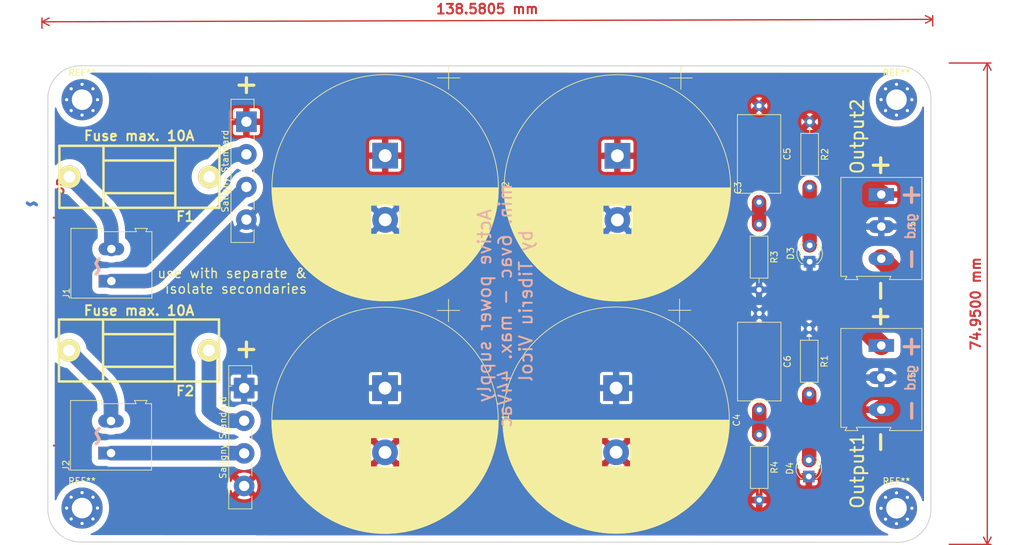
<source format=kicad_pcb>
(kicad_pcb (version 20210424) (generator pcbnew)
  (layers (0 "F.Cu" signal) (31 "B.Cu" signal) (34 "B.Paste" user) (35 "F.Paste" user) (36 "B.SilkS" user "B.Silkscreen") (37 "F.SilkS" user "F.Silkscreen") (38 "B.Mask" user) (39 "F.Mask" user) (44 "Edge.Cuts" user))
  (net 0 "")
  (net 1 "Net-(J1-Pad2)")
  (net 2 "GNDPWR")
  (net 3 "Net-(R2-Pad1)")
  (net 4 "Net-(C5-Pad2)")
  (net 5 "Net-(C6-Pad2)")
  (net 6 "Net-(D1-Pad2)")
  (net 7 "Net-(D1-Pad3)")
  (net 8 "Net-(D2-Pad2)")
  (net 9 "Net-(D3-Pad2)")
  (net 10 "Net-(J2-Pad2)")
  (net 11 "Net-(D2-Pad4)")
  (net 12 "Net-(D2-Pad3)")
  (net 13 "Net-(D4-Pad2)")
  (footprint "Diode_THT:Diode_Bridge_Vishay_GBU" (layer "F.Cu") (at 114.793748 64.470218 -90)
    (fp_text reference "Saligny Standard" (at 7.7 3.3 -90) (layer "F.SilkS"))
    (fp_text value "Active_Bridge_+AA-")
    (pad "1" thru_hole rect locked (at 0 0 270) (size 3.2 3.2) (drill 1.6) (layers *.Cu *.Mask) (net 3 "Net-(R2-Pad1)"))
    (pad "2" thru_hole circle locked (at 5.08 0 270) (size 3.2 3.2) (drill 1.6) (layers *.Cu *.Mask) (net 6 "Net-(D1-Pad2)"))
    (pad "3" thru_hole circle locked (at 10.16 0 270) (size 3.2 3.2) (drill 1.6) (layers *.Cu *.Mask) (net 7 "Net-(D1-Pad3)"))
    (pad "4" thru_hole circle locked (at 15.24 0 270) (size 3.2 3.2) (drill 1.6) (layers *.Cu *.Mask) (net 2 "GNDPWR"))
  )
  (footprint "TerminalBlock:TerminalBlock_Altech_AK300-3_P5.00mm" (layer "F.Cu") (at 213.573748 75.800218 -90)
    (fp_text reference "J5" (at 5 -4.8 90) (layer "F.SilkS"))
    (fp_text value "Conn_01x03_Female")
    (pad "1" thru_hole rect locked (at 0 0 270) (size 1.98 3.96) (drill 1.32) (layers *.Cu *.Mask) (net 3 "Net-(R2-Pad1)"))
    (pad "2" thru_hole oval locked (at 5 0 270) (size 1.98 3.96) (drill 1.32) (layers *.Cu *.Mask) (net 2 "GNDPWR"))
    (pad "3" thru_hole oval locked (at 10 0 270) (size 1.98 3.96) (drill 1.32) (layers *.Cu *.Mask) (net 11 "Net-(D2-Pad4)"))
  )
  (footprint "Capacitor_THT:C_Axial_L12.0mm_D6.5mm_P15.00mm_Horizontal" (layer "F.Cu") (at 194.553748 61.990218 -90)
    (fp_text reference "C5" (at 7.5 -4.37 90) (layer "F.SilkS"))
    (fp_text value "220nF")
    (pad "1" thru_hole circle locked (at 0 0 270) (size 1.6 1.6) (drill 0.8) (layers *.Cu *.Mask) (net 3 "Net-(R2-Pad1)"))
    (pad "2" thru_hole oval locked (at 15 0 270) (size 1.6 1.6) (drill 0.8) (layers *.Cu *.Mask) (net 4 "Net-(C5-Pad2)"))
  )
  (footprint "MountingHole:MountingHole_3.2mm_M3_Pad_Via" (layer "F.Cu") (at 215.93 124.66)
    (fp_text reference "REF**" (at 0 -4.2) (layer "F.SilkS"))
    (fp_text value "MountingHole_3.2mm_M3_Pad_Via")
    (pad "1" thru_hole circle locked (at 0 0) (size 6.4 6.4) (drill 3.2) (layers *.Cu *.Mask))
    (pad "1" thru_hole circle locked (at -2.4 0) (size 0.8 0.8) (drill 0.5) (layers *.Cu *.Mask))
    (pad "1" thru_hole circle locked (at 0 2.4) (size 0.8 0.8) (drill 0.5) (layers *.Cu *.Mask))
    (pad "1" thru_hole circle locked (at 2.4 0) (size 0.8 0.8) (drill 0.5) (layers *.Cu *.Mask))
    (pad "1" thru_hole circle locked (at -1.697056 -1.697056) (size 0.8 0.8) (drill 0.5) (layers *.Cu *.Mask))
    (pad "1" thru_hole circle locked (at -1.697056 1.697056) (size 0.8 0.8) (drill 0.5) (layers *.Cu *.Mask))
    (pad "1" thru_hole circle locked (at 0 -2.4) (size 0.8 0.8) (drill 0.5) (layers *.Cu *.Mask))
    (pad "1" thru_hole circle locked (at 1.697056 -1.697056) (size 0.8 0.8) (drill 0.5) (layers *.Cu *.Mask))
    (pad "1" thru_hole circle locked (at 1.697056 1.697056) (size 0.8 0.8) (drill 0.5) (layers *.Cu *.Mask))
  )
  (footprint "fuse:fuse_holder_CQ-2" (layer "F.Cu") (at 98.15 73.05 90)
    (fp_text reference "F1" (at -6.189782 7.126252 180) (layer "F.SilkS") (effects (font (size 1.524 1.524) (thickness 0.3048))))
    (fp_text value "Fuse max. 10A" (at 6.380218 -0.043748 180) (layer "F.SilkS") (effects (font (size 1.524 1.524) (thickness 0.3048))))
    (pad "1" thru_hole circle locked (at 0 -10.8839 90) (size 3.50012 3.50012) (drill 1.80086) (layers *.Cu *.Mask "F.SilkS"))
    (pad "2" thru_hole circle locked (at 0 10.8839 90) (size 3.50012 3.50012) (drill 1.80086) (layers *.Cu *.Mask "F.SilkS") (net 6 "Net-(D1-Pad2)"))
  )
  (footprint "TerminalBlock:TerminalBlock_Altech_AK300-3_P5.00mm" (layer "F.Cu") (at 213.573748 99.310218 -90)
    (fp_text reference "J5" (at 5 -4.8 90) (layer "F.SilkS"))
    (fp_text value "Conn_01x03_Female")
    (pad "1" thru_hole rect locked (at 0 0 270) (size 1.98 3.96) (drill 1.32) (layers *.Cu *.Mask) (net 3 "Net-(R2-Pad1)"))
    (pad "2" thru_hole oval locked (at 5 0 270) (size 1.98 3.96) (drill 1.32) (layers *.Cu *.Mask) (net 2 "GNDPWR"))
    (pad "3" thru_hole oval locked (at 10 0 270) (size 1.98 3.96) (drill 1.32) (layers *.Cu *.Mask) (net 11 "Net-(D2-Pad4)"))
  )
  (footprint "Resistor_THT:R_Axial_DIN0207_L6.3mm_D2.5mm_P10.16mm_Horizontal" (layer "F.Cu") (at 202.423748 64.480218 -90)
    (fp_text reference "R2" (at 5.08 -2.37 90) (layer "F.SilkS"))
    (fp_text value "10K")
    (pad "1" thru_hole circle locked (at 0 0 270) (size 1.6 1.6) (drill 0.8) (layers *.Cu *.Mask) (net 3 "Net-(R2-Pad1)"))
    (pad "2" thru_hole oval locked (at 10.16 0 270) (size 1.6 1.6) (drill 0.8) (layers *.Cu *.Mask) (net 9 "Net-(D3-Pad2)"))
  )
  (footprint "Capacitor_THT:CP_Radial_D35.0mm_P10.00mm_SnapIn" (layer "F.Cu") (at 172.313748 105.939719 -90)
    (fp_text reference "C4" (at 5 -18.75 -90) (layer "F.SilkS"))
    (fp_text value "C_Polarized")
    (pad "1" thru_hole rect locked (at 0 0 270) (size 4 4) (drill 2) (layers *.Cu *.Mask) (net 2 "GNDPWR"))
    (pad "2" thru_hole circle locked (at 10 0 270) (size 4 4) (drill 2) (layers *.Cu *.Mask) (net 11 "Net-(D2-Pad4)"))
  )
  (footprint "Diode_THT:Diode_Bridge_Vishay_GBU" (layer "F.Cu") (at 114.443748 105.950218 -90)
    (fp_text reference "Saligny Standard" (at 7.7 3.3 -90) (layer "F.SilkS"))
    (fp_text value "Active_Bridge_+AA-")
    (pad "1" thru_hole rect locked (at 0 0 270) (size 3.2 3.2) (drill 1.6) (layers *.Cu *.Mask) (net 2 "GNDPWR"))
    (pad "2" thru_hole circle locked (at 5.08 0 270) (size 3.2 3.2) (drill 1.6) (layers *.Cu *.Mask) (net 8 "Net-(D2-Pad2)"))
    (pad "3" thru_hole circle locked (at 10.16 0 270) (size 3.2 3.2) (drill 1.6) (layers *.Cu *.Mask) (net 12 "Net-(D2-Pad3)"))
    (pad "4" thru_hole circle locked (at 15.24 0 270) (size 3.2 3.2) (drill 1.6) (layers *.Cu *.Mask) (net 11 "Net-(D2-Pad4)"))
  )
  (footprint "TerminalBlock:TerminalBlock_Altech_AK300-2_P5.00mm" (layer "F.Cu") (at 93.79 89.285 90)
    (fp_text reference "J1" (at -1.92 -6.99 90) (layer "F.SilkS"))
    (fp_text value "Conn_01x02_Female")
    (pad "1" thru_hole rect locked (at 0 0 90) (size 1.98 3.96) (drill 1.32) (layers *.Cu *.Mask) (net 7 "Net-(D1-Pad3)"))
    (pad "2" thru_hole oval locked (at 5 0 90) (size 1.98 3.96) (drill 1.32) (layers *.Cu *.Mask) (net 1 "Net-(J1-Pad2)"))
  )
  (footprint "Resistor_THT:R_Axial_DIN0207_L6.3mm_D2.5mm_P10.16mm_Horizontal" (layer "F.Cu") (at 194.573748 113.220218 -90)
    (fp_text reference "R4" (at 5.08 -2.37 90) (layer "F.SilkS"))
    (fp_text value "10")
    (pad "1" thru_hole circle locked (at 0 0 270) (size 1.6 1.6) (drill 0.8) (layers *.Cu *.Mask) (net 5 "Net-(C6-Pad2)"))
    (pad "2" thru_hole oval locked (at 10.16 0 270) (size 1.6 1.6) (drill 0.8) (layers *.Cu *.Mask) (net 11 "Net-(D2-Pad4)"))
  )
  (footprint "LED_THT:LED_D3.0mm" (layer "F.Cu") (at 202.293748 119.715218 90)
    (fp_text reference "D4" (at 1.27 -2.96 90) (layer "F.SilkS"))
    (fp_text value "LED")
    (pad "1" thru_hole rect locked (at 0 0 90) (size 1.8 1.8) (drill 0.9) (layers *.Cu *.Mask) (net 11 "Net-(D2-Pad4)"))
    (pad "2" thru_hole circle locked (at 2.54 0 90) (size 1.8 1.8) (drill 0.9) (layers *.Cu *.Mask) (net 13 "Net-(D4-Pad2)"))
  )
  (footprint "Resistor_THT:R_Axial_DIN0207_L6.3mm_D2.5mm_P10.16mm_Horizontal" (layer "F.Cu") (at 194.553748 80.470218 -90)
    (fp_text reference "R3" (at 5.08 -2.37 90) (layer "F.SilkS"))
    (fp_text value "10")
    (pad "1" thru_hole circle locked (at 0 0 270) (size 1.6 1.6) (drill 0.8) (layers *.Cu *.Mask) (net 4 "Net-(C5-Pad2)"))
    (pad "2" thru_hole oval locked (at 10.16 0 270) (size 1.6 1.6) (drill 0.8) (layers *.Cu *.Mask) (net 2 "GNDPWR"))
  )
  (footprint "Capacitor_THT:C_Axial_L12.0mm_D6.5mm_P15.00mm_Horizontal" (layer "F.Cu") (at 194.583748 94.320218 -90)
    (fp_text reference "C6" (at 7.5 -4.37 90) (layer "F.SilkS"))
    (fp_text value "220nF")
    (pad "1" thru_hole circle locked (at 0 0 270) (size 1.6 1.6) (drill 0.8) (layers *.Cu *.Mask) (net 2 "GNDPWR"))
    (pad "2" thru_hole oval locked (at 15 0 270) (size 1.6 1.6) (drill 0.8) (layers *.Cu *.Mask) (net 5 "Net-(C6-Pad2)"))
  )
  (footprint "Capacitor_THT:CP_Radial_D35.0mm_P10.00mm_SnapIn" (layer "F.Cu") (at 136.383748 69.749719 -90)
    (fp_text reference "C2" (at 5 -18.75 -90) (layer "F.SilkS"))
    (fp_text value "C_Polarized")
    (pad "1" thru_hole rect locked (at 0 0 270) (size 4 4) (drill 2) (layers *.Cu *.Mask) (net 3 "Net-(R2-Pad1)"))
    (pad "2" thru_hole circle locked (at 10 0 270) (size 4 4) (drill 2) (layers *.Cu *.Mask) (net 2 "GNDPWR"))
  )
  (footprint "MountingHole:MountingHole_3.2mm_M3_Pad_Via" (layer "F.Cu") (at 215.93 61.04)
    (fp_text reference "REF**" (at 0 -4.2) (layer "F.SilkS"))
    (fp_text value "MountingHole_3.2mm_M3_Pad_Via")
    (pad "1" thru_hole circle locked (at -1.697056 -1.697056) (size 0.8 0.8) (drill 0.5) (layers *.Cu *.Mask))
    (pad "1" thru_hole circle locked (at 1.697056 1.697056) (size 0.8 0.8) (drill 0.5) (layers *.Cu *.Mask))
    (pad "1" thru_hole circle locked (at 0 0) (size 6.4 6.4) (drill 3.2) (layers *.Cu *.Mask))
    (pad "1" thru_hole circle locked (at 0 2.4) (size 0.8 0.8) (drill 0.5) (layers *.Cu *.Mask))
    (pad "1" thru_hole circle locked (at 1.697056 -1.697056) (size 0.8 0.8) (drill 0.5) (layers *.Cu *.Mask))
    (pad "1" thru_hole circle locked (at -1.697056 1.697056) (size 0.8 0.8) (drill 0.5) (layers *.Cu *.Mask))
    (pad "1" thru_hole circle locked (at 2.4 0) (size 0.8 0.8) (drill 0.5) (layers *.Cu *.Mask))
    (pad "1" thru_hole circle locked (at 0 -2.4) (size 0.8 0.8) (drill 0.5) (layers *.Cu *.Mask))
    (pad "1" thru_hole circle locked (at -2.4 0) (size 0.8 0.8) (drill 0.5) (layers *.Cu *.Mask))
  )
  (footprint "MountingHole:MountingHole_3.2mm_M3_Pad_Via" (layer "F.Cu") (at 89.23 124.63)
    (fp_text reference "REF**" (at 0 -4.2) (layer "F.SilkS"))
    (fp_text value "MountingHole_3.2mm_M3_Pad_Via")
    (pad "1" thru_hole circle locked (at -1.697056 1.697056) (size 0.8 0.8) (drill 0.5) (layers *.Cu *.Mask))
    (pad "1" thru_hole circle locked (at 1.697056 1.697056) (size 0.8 0.8) (drill 0.5) (layers *.Cu *.Mask))
    (pad "1" thru_hole circle locked (at 0 -2.4) (size 0.8 0.8) (drill 0.5) (layers *.Cu *.Mask))
    (pad "1" thru_hole circle locked (at -2.4 0) (size 0.8 0.8) (drill 0.5) (layers *.Cu *.Mask))
    (pad "1" thru_hole circle locked (at 2.4 0) (size 0.8 0.8) (drill 0.5) (layers *.Cu *.Mask))
    (pad "1" thru_hole circle locked (at -1.697056 -1.697056) (size 0.8 0.8) (drill 0.5) (layers *.Cu *.Mask))
    (pad "1" thru_hole circle locked (at 0 2.4) (size 0.8 0.8) (drill 0.5) (layers *.Cu *.Mask))
    (pad "1" thru_hole circle locked (at 0 0) (size 6.4 6.4) (drill 3.2) (layers *.Cu *.Mask))
    (pad "1" thru_hole circle locked (at 1.697056 -1.697056) (size 0.8 0.8) (drill 0.5) (layers *.Cu *.Mask))
  )
  (footprint "LED_THT:LED_D3.0mm" (layer "F.Cu") (at 202.423748 86.265218 90)
    (fp_text reference "D3" (at 1.27 -2.96 90) (layer "F.SilkS"))
    (fp_text value "LED")
    (pad "1" thru_hole rect locked (at 0 0 90) (size 1.8 1.8) (drill 0.9) (layers *.Cu *.Mask) (net 2 "GNDPWR"))
    (pad "2" thru_hole circle locked (at 2.54 0 90) (size 1.8 1.8) (drill 0.9) (layers *.Cu *.Mask) (net 9 "Net-(D3-Pad2)"))
  )
  (footprint "MountingHole:MountingHole_3.2mm_M3_Pad_Via" (layer "F.Cu") (at 89.23 61.04)
    (fp_text reference "REF**" (at 0 -4.2) (layer "F.SilkS"))
    (fp_text value "MountingHole_3.2mm_M3_Pad_Via")
    (pad "1" thru_hole circle locked (at -2.4 0) (size 0.8 0.8) (drill 0.5) (layers *.Cu *.Mask))
    (pad "1" thru_hole circle locked (at 0 -2.4) (size 0.8 0.8) (drill 0.5) (layers *.Cu *.Mask))
    (pad "1" thru_hole circle locked (at -1.697056 -1.697056) (size 0.8 0.8) (drill 0.5) (layers *.Cu *.Mask))
    (pad "1" thru_hole circle locked (at 1.697056 -1.697056) (size 0.8 0.8) (drill 0.5) (layers *.Cu *.Mask))
    (pad "1" thru_hole circle locked (at 0 2.4) (size 0.8 0.8) (drill 0.5) (layers *.Cu *.Mask))
    (pad "1" thru_hole circle locked (at 1.697056 1.697056) (size 0.8 0.8) (drill 0.5) (layers *.Cu *.Mask))
    (pad "1" thru_hole circle locked (at 2.4 0) (size 0.8 0.8) (drill 0.5) (layers *.Cu *.Mask))
    (pad "1" thru_hole circle locked (at -1.697056 1.697056) (size 0.8 0.8) (drill 0.5) (layers *.Cu *.Mask))
    (pad "1" thru_hole circle locked (at 0 0) (size 6.4 6.4) (drill 3.2) (layers *.Cu *.Mask))
  )
  (footprint "Capacitor_THT:CP_Radial_D35.0mm_P10.00mm_SnapIn" (layer "F.Cu") (at 136.363748 105.960218 -90)
    (fp_text reference "C1" (at 5 -18.75 -90) (layer "F.SilkS"))
    (fp_text value "C_Polarized")
    (pad "1" thru_hole rect locked (at 0 0 270) (size 4 4) (drill 2) (layers *.Cu *.Mask) (net 2 "GNDPWR"))
    (pad "2" thru_hole circle locked (at 10 0 270) (size 4 4) (drill 2) (layers *.Cu *.Mask) (net 11 "Net-(D2-Pad4)"))
  )
  (footprint "TerminalBlock:TerminalBlock_Altech_AK300-2_P5.00mm" (layer "F.Cu") (at 93.733748 116.075218 90)
    (fp_text reference "J2" (at -1.92 -6.99 90) (layer "F.SilkS"))
    (fp_text value "Conn_01x02_Female")
    (pad "1" thru_hole rect locked (at 0 0 90) (size 1.98 3.96) (drill 1.32) (layers *.Cu *.Mask) (net 12 "Net-(D2-Pad3)"))
    (pad "2" thru_hole oval locked (at 5 0 90) (size 1.98 3.96) (drill 1.32) (layers *.Cu *.Mask) (net 10 "Net-(J2-Pad2)"))
  )
  (footprint "Capacitor_THT:CP_Radial_D35.0mm_P10.00mm_SnapIn" (layer "F.Cu") (at 172.513748 69.769719 -90)
    (fp_text reference "C3" (at 5 -18.75 -90) (layer "F.SilkS"))
    (fp_text value "C_Polarized")
    (pad "1" thru_hole rect locked (at 0 0 270) (size 4 4) (drill 2) (layers *.Cu *.Mask) (net 3 "Net-(R2-Pad1)"))
    (pad "2" thru_hole circle locked (at 10 0 270) (size 4 4) (drill 2) (layers *.Cu *.Mask) (net 2 "GNDPWR"))
  )
  (footprint "Resistor_THT:R_Axial_DIN0207_L6.3mm_D2.5mm_P10.16mm_Horizontal" (layer "F.Cu") (at 202.353748 96.690218 -90)
    (fp_text reference "R1" (at 5.08 -2.37 90) (layer "F.SilkS"))
    (fp_text value "10K")
    (pad "1" thru_hole circle locked (at 0 0 270) (size 1.6 1.6) (drill 0.8) (layers *.Cu *.Mask) (net 2 "GNDPWR"))
    (pad "2" thru_hole oval locked (at 10.16 0 270) (size 1.6 1.6) (drill 0.8) (layers *.Cu *.Mask) (net 13 "Net-(D4-Pad2)"))
  )
  (footprint "fuse:fuse_holder_CQ-2" (layer "F.Cu") (at 98.083748 100.090218 90)
    (fp_text reference "F2" (at -6.319782 7.186252 180) (layer "F.SilkS") (effects (font (size 1.524 1.524) (thickness 0.3048))))
    (fp_text value "Fuse max. 10A" (at 6.210218 0.006252 180) (layer "F.SilkS") (effects (font (size 1.524 1.524) (thickness 0.3048))))
    (pad "1" thru_hole circle locked (at 0 -10.8839 90) (size 3.50012 3.50012) (drill 1.80086) (layers *.Cu *.Mask "F.SilkS"))
    (pad "2" thru_hole circle locked (at 0 10.8839 90) (size 3.50012 3.50012) (drill 1.80086) (layers *.Cu *.Mask "F.SilkS") (net 8 "Net-(D2-Pad2)"))
  )
  (gr_line (start 89.153746 55.750219) (end 216.343748 55.790218) (layer "Edge.Cuts") (width 0.15))
  (gr_line (start 221.285403 61.034461) (end 221.282419 125.013272) (layer "Edge.Cuts") (width 0.15))
  (gr_arc (start 216.189471 124.861978) (end 221.282419 125.013272) (angle 90) (layer "Edge.Cuts") (width 0.15))
  (gr_line (start 83.909503 60.691874) (end 83.906519 124.670685) (layer "Edge.Cuts") (width 0.15))
  (gr_arc (start 216.192454 60.883166) (end 216.343748 55.790218) (angle 90) (layer "Edge.Cuts") (width 0.15))
  (gr_line (start 216.038176 129.954927) (end 88.848174 129.914928) (layer "Edge.Cuts") (width 0.15))
  (gr_arc (start 89.002451 60.843168) (end 83.909503 60.691874) (angle 90) (layer "Edge.Cuts") (width 0.15))
  (gr_arc (start 88.999468 124.82198) (end 88.848174 129.914928) (angle 90) (layer "Edge.Cuts") (width 0.15))
  (gr_text "ac input" (at 86.01 113.4 270) (layer "F.Cu") (effects (font (size 1.5 1.5) (thickness 0.3))))
  (gr_text "ac input" (at 86.01 77.92 270) (layer "F.Cu") (effects (font (size 1.5 1.5) (thickness 0.3))))
  (gr_text "~" (at 81.35 77.19) (layer "B.Cu") (effects (font (size 3 3) (thickness 0.5)) (justify mirror)))
  (gr_text "~~" (at 91.51 113.55 90) (layer "B.SilkS") (effects (font (size 5 5) (thickness 0.5)) (justify mirror)))
  (gr_text "gnd" (at 218.07 104.37 90) (layer "B.SilkS") (effects (font (size 1.5 1.5) (thickness 0.3)) (justify mirror)))
  (gr_text "-" (at 218.08 109.48 90) (layer "B.SilkS") (effects (font (size 3 3) (thickness 0.5))))
  (gr_text "+" (at 218.28 99.28) (layer "B.SilkS") (effects (font (size 3 3) (thickness 0.5))))
  (gr_text "+" (at 218.28 75.67) (layer "B.SilkS") (effects (font (size 3 3) (thickness 0.5))))
  (gr_text "gnd" (at 218.07 80.76 90) (layer "B.SilkS") (effects (font (size 1.5 1.5) (thickness 0.3)) (justify mirror)))
  (gr_text "Active power supply\nmin. 6vac - max. 44Vac\nby Tiberiu Vicol" (at 155.06 93.13 90) (layer "B.SilkS") (effects (font (size 2 2) (thickness 0.3)) (justify mirror)))
  (gr_text "-" (at 218.08 85.87 90) (layer "B.SilkS") (effects (font (size 3 3) (thickness 0.5))))
  (gr_text "~~" (at 91.486252 87.129782 90) (layer "B.SilkS") (effects (font (size 5 5) (thickness 0.5)) (justify mirror)))
  (gr_text "Output1" (at 209.84 118.86 90) (layer "F.SilkS") (effects (font (size 2 2) (thickness 0.3))))
  (gr_text "use with separate & \nisolate secondaries" (at 113.17 89.28) (layer "F.SilkS") (effects (font (size 1.5 1.5) (thickness 0.2))))
  (gr_text "-" (at 213.25 90.79 90) (layer "F.SilkS") (effects (font (size 3 3) (thickness 0.5))))
  (gr_text "+" (at 213.47 94.59) (layer "F.SilkS") (effects (font (size 3 3) (thickness 0.5))))
  (gr_text "+" (at 114.8 99.72) (layer "F.SilkS") (effects (font (size 3 3) (thickness 0.5))))
  (gr_text "Output2" (at 209.84 66.75 90) (layer "F.SilkS") (effects (font (size 2 2) (thickness 0.3))))
  (gr_text "+" (at 114.8 58.56) (layer "F.SilkS") (effects (font (size 3 3) (thickness 0.5))))
  (gr_text "-" (at 213.25 114.36 90) (layer "F.SilkS") (effects (font (size 3 3) (thickness 0.5))))
  (gr_text "+" (at 213.47 71.02) (layer "F.SilkS") (effects (font (size 3 3) (thickness 0.5))))
  (dimension (type aligned) (layer "F.Cu") (pts (xy 82.99 50.42) (xy 221.57 50.04)) (height -1.510515) (gr_text "138.5805 mm" (at 152.270922 46.919498 0.1571102731) (layer "F.Cu") (effects (font (size 1.5 1.5) (thickness 0.3)))) (format (units 3) (units_format 1) (precision 4)) (style (thickness 0.2) (arrow_length 1.27) (text_position_mode 0) (extension_height 0.58642) (extension_offset 0.5) keep_text_aligned))
  (dimension (type aligned) (layer "F.Cu") (pts (xy 223.64 55.33) (xy 223.64 130.28)) (height -6.42) (gr_text "74.9500 mm" (at 228.26 92.805 90) (layer "F.Cu") (effects (font (size 1.5 1.5) (thickness 0.3)))) (format (units 3) (units_format 1) (precision 4)) (style (thickness 0.2) (arrow_length 1.27) (text_position_mode 0) (extension_height 0.58642) (extension_offset 0.5) keep_text_aligned))
  (segment (start 93.79 84.285) (end 93.79 81.644968) (width 2.25) (layer "F.Cu") (net 1))
  (segment (start 92.325534 78.109434) (end 87.2661 73.05) (width 2.25) (layer "F.Cu") (net 1))
  (arc (start 93.79 81.644968) (mid 93.409398 79.731551) (end 92.325534 78.109434) (width 2.25) (layer "F.Cu") (net 1))
  (segment (start 92.325534 78.109434) (end 87.2661 73.05) (width 2.25) (layer "B.Cu") (net 1))
  (segment (start 93.79 84.285) (end 93.79 81.644968) (width 2.25) (layer "B.Cu") (net 1))
  (arc (start 93.79 81.644968) (mid 93.409398 79.731551) (end 92.325534 78.109434) (width 2.25) (layer "B.Cu") (net 1))
  (segment (start 213.573748 99.310218) (end 208.654466 94.390936) (width 3) (layer "F.Cu") (net 3))
  (segment (start 207.19 90.855402) (end 207.19 80.151068) (width 3) (layer "F.Cu") (net 3))
  (segment (start 209.469782 75.800218) (end 213.573748 75.800218) (width 3) (layer "F.Cu") (net 3))
  (segment (start 208.654466 76.615534) (end 209.469782 75.800218) (width 3) (layer "F.Cu") (net 3))
  (arc (start 208.654466 94.390936) (mid 207.570602 92.768819) (end 207.19 90.855402) (width 3) (layer "F.Cu") (net 3))
  (arc (start 208.654466 76.615534) (mid 207.570602 78.237651) (end 207.19 80.151068) (width 3) (layer "F.Cu") (net 3))
  (segment (start 194.553748 80.470218) (end 194.553748 76.990218) (width 2.25) (layer "F.Cu") (net 4))
  (segment (start 194.583748 113.210218) (end 194.573748 113.220218) (width 2.25) (layer "F.Cu") (net 5))
  (segment (start 194.583748 109.320218) (end 194.583748 113.210218) (width 2.25) (layer "F.Cu") (net 5))
  (segment (start 111.655002 70.428898) (end 109.0339 73.05) (width 2.25) (layer "F.Cu") (net 6))
  (segment (start 114.793748 69.550218) (end 113.776323 69.550218) (width 2.25) (layer "F.Cu") (net 6))
  (arc (start 113.776323 69.550218) (mid 112.628272 69.77858) (end 111.655002 70.428898) (width 2.25) (layer "F.Cu") (net 6))
  (segment (start 114.793748 69.550218) (end 113.776323 69.550218) (width 2.25) (layer "B.Cu") (net 6))
  (segment (start 111.655002 70.428898) (end 109.0339 73.05) (width 2.25) (layer "B.Cu") (net 6))
  (arc (start 113.776323 69.550218) (mid 112.628272 69.77858) (end 111.655002 70.428898) (width 2.25) (layer "B.Cu") (net 6))
  (segment (start 93.791034 89.29) (end 98.897359 89.29) (width 2.25) (layer "F.Cu") (net 7))
  (segment (start 101.01868 88.41132) (end 114.794782 74.635218) (width 2.25) (layer "F.Cu") (net 7))
  (arc (start 101.01868 88.41132) (mid 100.04541 89.061639) (end 98.897359 89.29) (width 2.25) (layer "F.Cu") (net 7))
  (segment (start 101.017646 88.40632) (end 114.793748 74.630218) (width 2.25) (layer "B.Cu") (net 7))
  (segment (start 93.79 89.285) (end 98.896325 89.285) (width 2.25) (layer "B.Cu") (net 7))
  (arc (start 101.017646 88.40632) (mid 100.044376 89.056639) (end 98.896325 89.285) (width 2.25) (layer "B.Cu") (net 7))
  (segment (start 114.443748 111.030218) (end 112.691286 111.030218) (width 2.25) (layer "F.Cu") (net 8))
  (segment (start 109.155752 109.565752) (end 108.967648 109.377648) (width 2.25) (layer "F.Cu") (net 8))
  (segment (start 108.967648 109.377648) (end 108.967648 100.090218) (width 2.25) (layer "F.Cu") (net 8))
  (arc (start 112.691286 111.030218) (mid 110.777869 110.649616) (end 109.155752 109.565752) (width 2.25) (layer "F.Cu") (net 8))
  (segment (start 108.967648 109.377648) (end 108.967648 100.090218) (width 2.25) (layer "B.Cu") (net 8))
  (segment (start 109.155752 109.565752) (end 108.967648 109.377648) (width 2.25) (layer "B.Cu") (net 8))
  (segment (start 114.443748 111.030218) (end 112.691286 111.030218) (width 2.25) (layer "B.Cu") (net 8))
  (arc (start 112.691286 111.030218) (mid 110.777869 110.649616) (end 109.155752 109.565752) (width 2.25) (layer "B.Cu") (net 8))
  (segment (start 202.423748 74.640218) (end 202.423748 83.725218) (width 2.25) (layer "F.Cu") (net 9))
  (segment (start 93.733748 111.075218) (end 93.733748 108.695186) (width 2.25) (layer "F.Cu") (net 10))
  (segment (start 92.269282 105.159652) (end 87.199848 100.090218) (width 2.25) (layer "F.Cu") (net 10))
  (arc (start 92.269282 105.159652) (mid 93.353146 106.781769) (end 93.733748 108.695186) (width 2.25) (layer "F.Cu") (net 10))
  (segment (start 93.733748 111.075218) (end 93.733748 108.695186) (width 2.25) (layer "B.Cu") (net 10))
  (segment (start 92.269282 105.159652) (end 87.199848 100.090218) (width 2.25) (layer "B.Cu") (net 10))
  (arc (start 92.269282 105.159652) (mid 93.353146 106.781769) (end 93.733748 108.695186) (width 2.25) (layer "B.Cu") (net 10))
  (segment (start 213.573748 85.800218) (end 217.105534 89.332004) (width 3) (layer "F.Cu") (net 11))
  (segment (start 216.099782 109.310218) (end 213.573748 109.310218) (width 3) (layer "F.Cu") (net 11))
  (segment (start 218.57 92.867538) (end 218.57 104.768932) (width 3) (layer "F.Cu") (net 11))
  (segment (start 217.105534 108.304466) (end 216.099782 109.310218) (width 3) (layer "F.Cu") (net 11))
  (arc (start 218.57 92.867538) (mid 218.189398 90.954121) (end 217.105534 89.332004) (width 3) (layer "F.Cu") (net 11))
  (arc (start 218.57 104.768932) (mid 218.189398 106.682349) (end 217.105534 108.304466) (width 3) (layer "F.Cu") (net 11))
  (segment (start 93.733748 116.075218) (end 114.408748 116.075218) (width 2.25) (layer "F.Cu") (net 12))
  (segment (start 114.408748 116.075218) (end 114.443748 116.110218) (width 2.25) (layer "F.Cu") (net 12))
  (segment (start 93.733748 116.075218) (end 114.408748 116.075218) (width 2.25) (layer "B.Cu") (net 12))
  (segment (start 202.353748 117.115218) (end 202.293748 117.175218) (width 2.25) (layer "F.Cu") (net 13))
  (segment (start 202.353748 106.850218) (end 202.353748 117.115218) (width 2.25) (layer "F.Cu") (net 13))
  (zone (net 11) (net_name "Net-(D2-Pad4)") (layer "F.Cu") (connect_pads (clearance 1)) (min_thickness 0.254) (fill yes (thermal_gap 0.5) (thermal_bridge_width 1) (smoothing fillet) (radius 5))
    (polygon (pts (xy 221.33 94.180279) (xy 221.280806 130.217773) (xy 112.220806 130.357773) (xy 112.23 94.100279)))
  )
  (zone (net 11) (net_name "Net-(D2-Pad4)") (layer "F.Cu") (connect_pads (clearance 1)) (min_thickness 0.254) (fill yes (thermal_gap 0.5) (thermal_bridge_width 1) (smoothing fillet) (radius 5))
    (polygon (pts (xy 221.33 94.180279) (xy 221.280806 130.217773) (xy 112.220806 130.357773) (xy 112.23 94.100279)))
  )
  (zone (net 3) (net_name "Net-(R2-Pad1)") (layer "F.Cu") (connect_pads (clearance 1)) (min_thickness 0.254) (fill yes (thermal_gap 0.5) (thermal_bridge_width 1) (smoothing fillet) (radius 5))
    (polygon (pts (xy 221.33 55.63) (xy 221.280806 91.667494) (xy 112.220806 91.807494) (xy 112.23 55.55)))
  )
  (zone (net 2) (net_name "GNDPWR") (layer "B.Cu") (connect_pads (clearance 1)) (min_thickness 0.254) (fill yes (thermal_gap 0.5) (thermal_bridge_width 1) (smoothing fillet) (radius 5))
    (polygon (pts (xy 221.374404 55.581563) (xy 221.37 130.32) (xy 83.734193 130.31201) (xy 83.44 55.4) (xy 92.158152 55.421781)))
  )
)
</source>
